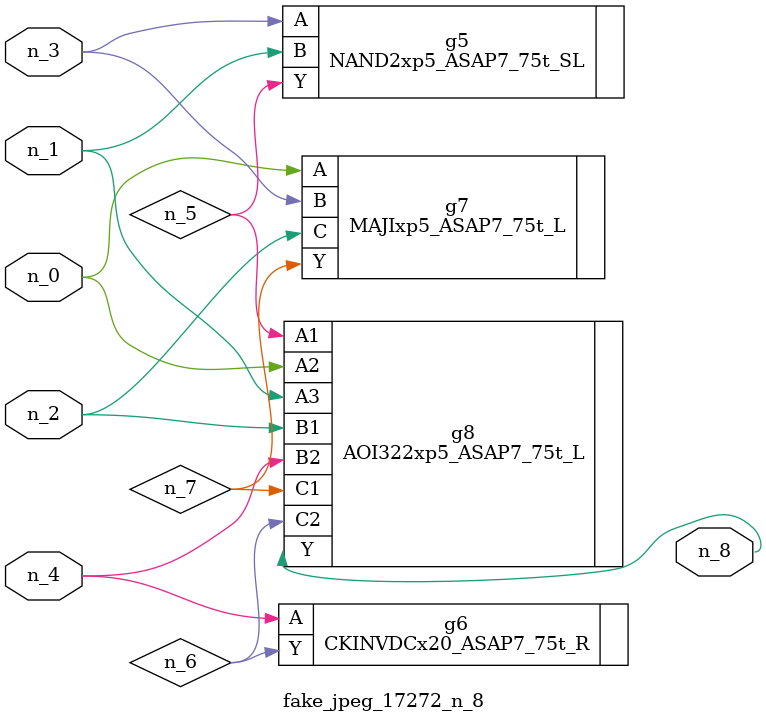
<source format=v>
module fake_jpeg_17272_n_8 (n_3, n_2, n_1, n_0, n_4, n_8);

input n_3;
input n_2;
input n_1;
input n_0;
input n_4;

output n_8;

wire n_6;
wire n_5;
wire n_7;

NAND2xp5_ASAP7_75t_SL g5 ( 
.A(n_3),
.B(n_1),
.Y(n_5)
);

CKINVDCx20_ASAP7_75t_R g6 ( 
.A(n_4),
.Y(n_6)
);

MAJIxp5_ASAP7_75t_L g7 ( 
.A(n_0),
.B(n_3),
.C(n_2),
.Y(n_7)
);

AOI322xp5_ASAP7_75t_L g8 ( 
.A1(n_5),
.A2(n_0),
.A3(n_1),
.B1(n_2),
.B2(n_4),
.C1(n_7),
.C2(n_6),
.Y(n_8)
);


endmodule
</source>
